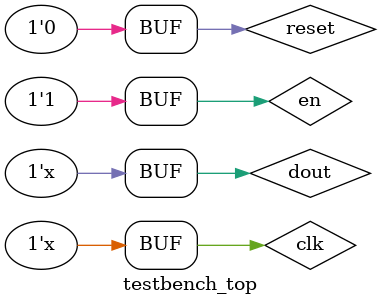
<source format=sv>
`timescale 1ns/1ps

module testbench_top ();

reg clk = 1'b0;
wire[31:0] wd;
wire w;

reg reset = 1'b0, dout, en = 1'b0;
wire sck, cs_n, din;

wire c;

wire[11:0] reading0, reading1;

wire[31:0] fifo_in_writedata;
wire fifo_in_Write;



usf_top USF (
		.clk(clk),
		.reset(reset),
		.en(en),
		
		.sck(sck),
		.cs(cs_n),
		.din(din),
		.dout(dout),
		
		.fifo_in_writedata(fifo_in_writedata),
		.fifo_in_write(fifo_in_write)
);

always
	#10 clk <= ~clk; // 50MHz
	
always
	#130 dout <= ~dout;
	
//always
//	#30000 mode <= ~mode;

initial
	dout <= 1'b0;

initial begin
	en <= 1'b1;
	
//	#200000
//	en <= 1'b1;
//	#200000
//	en <= 1'b0;
//	#100000
//	en <= 1'b1;
//	#700000
//	en <= 1'b0;
end
	
	
endmodule
</source>
